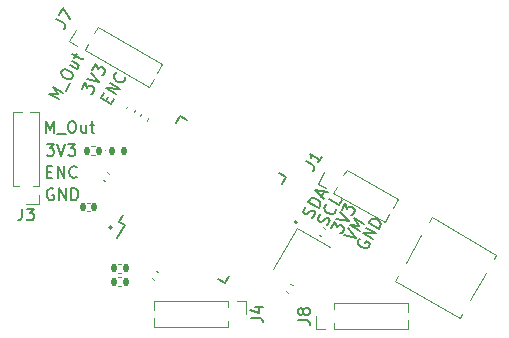
<source format=gto>
G04 #@! TF.GenerationSoftware,KiCad,Pcbnew,(6.0.2-0)*
G04 #@! TF.CreationDate,2023-03-22T16:23:11-04:00*
G04 #@! TF.ProjectId,motor_board,6d6f746f-725f-4626-9f61-72642e6b6963,rev?*
G04 #@! TF.SameCoordinates,Original*
G04 #@! TF.FileFunction,Legend,Top*
G04 #@! TF.FilePolarity,Positive*
%FSLAX46Y46*%
G04 Gerber Fmt 4.6, Leading zero omitted, Abs format (unit mm)*
G04 Created by KiCad (PCBNEW (6.0.2-0)) date 2023-03-22 16:23:11*
%MOMM*%
%LPD*%
G01*
G04 APERTURE LIST*
G04 Aperture macros list*
%AMRoundRect*
0 Rectangle with rounded corners*
0 $1 Rounding radius*
0 $2 $3 $4 $5 $6 $7 $8 $9 X,Y pos of 4 corners*
0 Add a 4 corners polygon primitive as box body*
4,1,4,$2,$3,$4,$5,$6,$7,$8,$9,$2,$3,0*
0 Add four circle primitives for the rounded corners*
1,1,$1+$1,$2,$3*
1,1,$1+$1,$4,$5*
1,1,$1+$1,$6,$7*
1,1,$1+$1,$8,$9*
0 Add four rect primitives between the rounded corners*
20,1,$1+$1,$2,$3,$4,$5,0*
20,1,$1+$1,$4,$5,$6,$7,0*
20,1,$1+$1,$6,$7,$8,$9,0*
20,1,$1+$1,$8,$9,$2,$3,0*%
%AMHorizOval*
0 Thick line with rounded ends*
0 $1 width*
0 $2 $3 position (X,Y) of the first rounded end (center of the circle)*
0 $4 $5 position (X,Y) of the second rounded end (center of the circle)*
0 Add line between two ends*
20,1,$1,$2,$3,$4,$5,0*
0 Add two circle primitives to create the rounded ends*
1,1,$1,$2,$3*
1,1,$1,$4,$5*%
%AMRotRect*
0 Rectangle, with rotation*
0 The origin of the aperture is its center*
0 $1 length*
0 $2 width*
0 $3 Rotation angle, in degrees counterclockwise*
0 Add horizontal line*
21,1,$1,$2,0,0,$3*%
G04 Aperture macros list end*
%ADD10C,0.150000*%
%ADD11C,0.120000*%
%ADD12C,0.100000*%
%ADD13RoundRect,0.135000X-0.135000X-0.185000X0.135000X-0.185000X0.135000X0.185000X-0.135000X0.185000X0*%
%ADD14RotRect,1.500000X0.550000X60.000000*%
%ADD15RotRect,1.500000X0.550000X150.000000*%
%ADD16RoundRect,0.135000X0.135000X0.185000X-0.135000X0.185000X-0.135000X-0.185000X0.135000X-0.185000X0*%
%ADD17RoundRect,0.140000X-0.077224X0.206244X-0.217224X-0.036244X0.077224X-0.206244X0.217224X0.036244X0*%
%ADD18C,3.800000*%
%ADD19RotRect,1.400000X1.200000X240.000000*%
%ADD20R,1.000000X1.000000*%
%ADD21O,1.000000X1.000000*%
%ADD22RoundRect,0.147500X-0.147500X-0.172500X0.147500X-0.172500X0.147500X0.172500X-0.147500X0.172500X0*%
%ADD23RoundRect,0.140000X0.140000X0.170000X-0.140000X0.170000X-0.140000X-0.170000X0.140000X-0.170000X0*%
%ADD24C,0.650000*%
%ADD25R,1.450000X0.600000*%
%ADD26R,1.450000X0.300000*%
%ADD27RoundRect,0.140000X0.206244X0.077224X-0.036244X0.217224X-0.206244X-0.077224X0.036244X-0.217224X0*%
%ADD28RotRect,1.000000X1.000000X60.000000*%
%ADD29HorizOval,1.000000X0.000000X0.000000X0.000000X0.000000X0*%
%ADD30RoundRect,0.140000X-0.206244X-0.077224X0.036244X-0.217224X0.206244X0.077224X-0.036244X0.217224X0*%
%ADD31RotRect,2.750000X1.000000X150.000000*%
G04 APERTURE END LIST*
D10*
X48112127Y-96800000D02*
G75*
G03*
X48112127Y-96800000I-142127J0D01*
G01*
X63748489Y-96350000D02*
G75*
G03*
X63748489Y-96350000I-98489J0D01*
G01*
X67743367Y-97439737D02*
X68776059Y-97651062D01*
X68076700Y-96862387D01*
X69109392Y-97073711D02*
X68243367Y-96573711D01*
X69028623Y-96642179D01*
X68576700Y-95996361D01*
X69442725Y-96496361D01*
X43623678Y-85947621D02*
X42757652Y-85447621D01*
X43542908Y-85516089D01*
X43090986Y-84870271D01*
X43957011Y-85370271D01*
X44158537Y-85211693D02*
X44539490Y-84551865D01*
X43805271Y-83633092D02*
X43900509Y-83468134D01*
X43989368Y-83409465D01*
X44119465Y-83374606D01*
X44308232Y-83428605D01*
X44596907Y-83595271D01*
X44738055Y-83731749D01*
X44772915Y-83861846D01*
X44766535Y-83968134D01*
X44671297Y-84133092D01*
X44582438Y-84191761D01*
X44452341Y-84226620D01*
X44263574Y-84172622D01*
X43974899Y-84005955D01*
X43833751Y-83869478D01*
X43798892Y-83739380D01*
X43805271Y-83633092D01*
X44736804Y-82686297D02*
X45314154Y-83019630D01*
X44522518Y-83057451D02*
X44976150Y-83319356D01*
X45082438Y-83325735D01*
X45171297Y-83267066D01*
X45242725Y-83143348D01*
X45249105Y-83037060D01*
X45231675Y-82972011D01*
X44903470Y-82397622D02*
X45093946Y-82067708D01*
X44686224Y-82107237D02*
X45428531Y-82535809D01*
X45534819Y-82542189D01*
X45623678Y-82483520D01*
X45671297Y-82401041D01*
X42503809Y-88782380D02*
X42503809Y-87782380D01*
X42837142Y-88496666D01*
X43170476Y-87782380D01*
X43170476Y-88782380D01*
X43408571Y-88877619D02*
X44170476Y-88877619D01*
X44599047Y-87782380D02*
X44789523Y-87782380D01*
X44884761Y-87830000D01*
X44980000Y-87925238D01*
X45027619Y-88115714D01*
X45027619Y-88449047D01*
X44980000Y-88639523D01*
X44884761Y-88734761D01*
X44789523Y-88782380D01*
X44599047Y-88782380D01*
X44503809Y-88734761D01*
X44408571Y-88639523D01*
X44360952Y-88449047D01*
X44360952Y-88115714D01*
X44408571Y-87925238D01*
X44503809Y-87830000D01*
X44599047Y-87782380D01*
X45884761Y-88115714D02*
X45884761Y-88782380D01*
X45456190Y-88115714D02*
X45456190Y-88639523D01*
X45503809Y-88734761D01*
X45599047Y-88782380D01*
X45741904Y-88782380D01*
X45837142Y-88734761D01*
X45884761Y-88687142D01*
X46218095Y-88115714D02*
X46599047Y-88115714D01*
X46360952Y-87782380D02*
X46360952Y-88639523D01*
X46408571Y-88734761D01*
X46503809Y-88782380D01*
X46599047Y-88782380D01*
X43118095Y-93520000D02*
X43022857Y-93472380D01*
X42880000Y-93472380D01*
X42737142Y-93520000D01*
X42641904Y-93615238D01*
X42594285Y-93710476D01*
X42546666Y-93900952D01*
X42546666Y-94043809D01*
X42594285Y-94234285D01*
X42641904Y-94329523D01*
X42737142Y-94424761D01*
X42880000Y-94472380D01*
X42975238Y-94472380D01*
X43118095Y-94424761D01*
X43165714Y-94377142D01*
X43165714Y-94043809D01*
X42975238Y-94043809D01*
X43594285Y-94472380D02*
X43594285Y-93472380D01*
X44165714Y-94472380D01*
X44165714Y-93472380D01*
X44641904Y-94472380D02*
X44641904Y-93472380D01*
X44880000Y-93472380D01*
X45022857Y-93520000D01*
X45118095Y-93615238D01*
X45165714Y-93710476D01*
X45213333Y-93900952D01*
X45213333Y-94043809D01*
X45165714Y-94234285D01*
X45118095Y-94329523D01*
X45022857Y-94424761D01*
X44880000Y-94472380D01*
X44641904Y-94472380D01*
X45516700Y-85028412D02*
X45826224Y-84492301D01*
X45989471Y-84971452D01*
X46060900Y-84847734D01*
X46149758Y-84789065D01*
X46214807Y-84771635D01*
X46321095Y-84778015D01*
X46527292Y-84897063D01*
X46585961Y-84985921D01*
X46603391Y-85050970D01*
X46597011Y-85157258D01*
X46454154Y-85404694D01*
X46365295Y-85463363D01*
X46300247Y-85480793D01*
X45969081Y-84244865D02*
X47001773Y-84456190D01*
X46302414Y-83667515D01*
X46421462Y-83461318D02*
X46730986Y-82925207D01*
X46894233Y-83404359D01*
X46965662Y-83280641D01*
X47054520Y-83221972D01*
X47119569Y-83204542D01*
X47225857Y-83210922D01*
X47432054Y-83329969D01*
X47490723Y-83418828D01*
X47508153Y-83483876D01*
X47501773Y-83590165D01*
X47358916Y-83837600D01*
X47270057Y-83896269D01*
X47205009Y-83913699D01*
X69106034Y-97719828D02*
X69017176Y-97778497D01*
X68945747Y-97902215D01*
X68915558Y-98049743D01*
X68950418Y-98179840D01*
X69009087Y-98268699D01*
X69150235Y-98405176D01*
X69273952Y-98476605D01*
X69462719Y-98530604D01*
X69569007Y-98536983D01*
X69699105Y-98502124D01*
X69811773Y-98402215D01*
X69859392Y-98319737D01*
X69889581Y-98172209D01*
X69872151Y-98107161D01*
X69583476Y-97940494D01*
X69488238Y-98105451D01*
X70168916Y-97783626D02*
X69302890Y-97283626D01*
X70454630Y-97288754D01*
X69588605Y-96788754D01*
X70692725Y-96876361D02*
X69826700Y-96376361D01*
X69945747Y-96170165D01*
X70058415Y-96070256D01*
X70188513Y-96035397D01*
X70294801Y-96041776D01*
X70483568Y-96095775D01*
X70607286Y-96167204D01*
X70748434Y-96303681D01*
X70807103Y-96392539D01*
X70841962Y-96522637D01*
X70811773Y-96670165D01*
X70692725Y-96876361D01*
X66265295Y-96613363D02*
X66377963Y-96513455D01*
X66497011Y-96307258D01*
X66503391Y-96200970D01*
X66485961Y-96135921D01*
X66427292Y-96047063D01*
X66344813Y-95999444D01*
X66238525Y-95993064D01*
X66173476Y-96010494D01*
X66084618Y-96069163D01*
X65948141Y-96210311D01*
X65859282Y-96268980D01*
X65794233Y-96286409D01*
X65687945Y-96280030D01*
X65605467Y-96232411D01*
X65546798Y-96143552D01*
X65529368Y-96078504D01*
X65535747Y-95972215D01*
X65654795Y-95766019D01*
X65767463Y-95666110D01*
X67009770Y-95228656D02*
X67027200Y-95293705D01*
X66997011Y-95441233D01*
X66949392Y-95523711D01*
X66836724Y-95623620D01*
X66706626Y-95658479D01*
X66600338Y-95652100D01*
X66411572Y-95598101D01*
X66287854Y-95526672D01*
X66146706Y-95390195D01*
X66088037Y-95301336D01*
X66053177Y-95171239D01*
X66083367Y-95023711D01*
X66130986Y-94941233D01*
X66243653Y-94841324D01*
X66308702Y-94823895D01*
X67544630Y-94492729D02*
X67306535Y-94905122D01*
X66440509Y-94405122D01*
X47549093Y-86036507D02*
X47715760Y-85747832D01*
X48240821Y-85886019D02*
X48002725Y-86298412D01*
X47136700Y-85798412D01*
X47374795Y-85386019D01*
X48455106Y-85514865D02*
X47589081Y-85014865D01*
X48740821Y-85019993D01*
X47874795Y-84519993D01*
X49182151Y-84065110D02*
X49199581Y-84130159D01*
X49169392Y-84277686D01*
X49121773Y-84360165D01*
X49009105Y-84460073D01*
X48879007Y-84494933D01*
X48772719Y-84488553D01*
X48583952Y-84434554D01*
X48460235Y-84363125D01*
X48319087Y-84226648D01*
X48260418Y-84137790D01*
X48225558Y-84007692D01*
X48255747Y-83860165D01*
X48303367Y-83777686D01*
X48416034Y-83677778D01*
X48481083Y-83660348D01*
X65033391Y-95973983D02*
X65146059Y-95874074D01*
X65265106Y-95667878D01*
X65271486Y-95561590D01*
X65254056Y-95496541D01*
X65195387Y-95407682D01*
X65112908Y-95360063D01*
X65006620Y-95353684D01*
X64941572Y-95371113D01*
X64852713Y-95429783D01*
X64716236Y-95570930D01*
X64627377Y-95629599D01*
X64562329Y-95647029D01*
X64456040Y-95640649D01*
X64373562Y-95593030D01*
X64314893Y-95504172D01*
X64297463Y-95439123D01*
X64303843Y-95332835D01*
X64422890Y-95126639D01*
X64535558Y-95026730D01*
X65574630Y-95131767D02*
X64708605Y-94631767D01*
X64827652Y-94425570D01*
X64940320Y-94325662D01*
X65070418Y-94290802D01*
X65176706Y-94297182D01*
X65365473Y-94351181D01*
X65489191Y-94422609D01*
X65630338Y-94559087D01*
X65689007Y-94647945D01*
X65723867Y-94778043D01*
X65693678Y-94925570D01*
X65574630Y-95131767D01*
X65803385Y-94164124D02*
X66041480Y-93751731D01*
X66003201Y-94389459D02*
X65303843Y-93600784D01*
X66336535Y-93812109D01*
X66636700Y-96838412D02*
X66946224Y-96302301D01*
X67109471Y-96781452D01*
X67180900Y-96657734D01*
X67269758Y-96599065D01*
X67334807Y-96581635D01*
X67441095Y-96588015D01*
X67647292Y-96707063D01*
X67705961Y-96795921D01*
X67723391Y-96860970D01*
X67717011Y-96967258D01*
X67574154Y-97214694D01*
X67485295Y-97273363D01*
X67420247Y-97290793D01*
X67089081Y-96054865D02*
X68121773Y-96266190D01*
X67422414Y-95477515D01*
X67541462Y-95271318D02*
X67850986Y-94735207D01*
X68014233Y-95214359D01*
X68085662Y-95090641D01*
X68174520Y-95031972D01*
X68239569Y-95014542D01*
X68345857Y-95020922D01*
X68552054Y-95139969D01*
X68610723Y-95228828D01*
X68628153Y-95293876D01*
X68621773Y-95400165D01*
X68478916Y-95647600D01*
X68390057Y-95706269D01*
X68325009Y-95723699D01*
X42571904Y-92058571D02*
X42905238Y-92058571D01*
X43048095Y-92582380D02*
X42571904Y-92582380D01*
X42571904Y-91582380D01*
X43048095Y-91582380D01*
X43476666Y-92582380D02*
X43476666Y-91582380D01*
X44048095Y-92582380D01*
X44048095Y-91582380D01*
X45095714Y-92487142D02*
X45048095Y-92534761D01*
X44905238Y-92582380D01*
X44810000Y-92582380D01*
X44667142Y-92534761D01*
X44571904Y-92439523D01*
X44524285Y-92344285D01*
X44476666Y-92153809D01*
X44476666Y-92010952D01*
X44524285Y-91820476D01*
X44571904Y-91725238D01*
X44667142Y-91630000D01*
X44810000Y-91582380D01*
X44905238Y-91582380D01*
X45048095Y-91630000D01*
X45095714Y-91677619D01*
X42551904Y-89712380D02*
X43170952Y-89712380D01*
X42837619Y-90093333D01*
X42980476Y-90093333D01*
X43075714Y-90140952D01*
X43123333Y-90188571D01*
X43170952Y-90283809D01*
X43170952Y-90521904D01*
X43123333Y-90617142D01*
X43075714Y-90664761D01*
X42980476Y-90712380D01*
X42694761Y-90712380D01*
X42599523Y-90664761D01*
X42551904Y-90617142D01*
X43456666Y-89712380D02*
X43790000Y-90712380D01*
X44123333Y-89712380D01*
X44361428Y-89712380D02*
X44980476Y-89712380D01*
X44647142Y-90093333D01*
X44790000Y-90093333D01*
X44885238Y-90140952D01*
X44932857Y-90188571D01*
X44980476Y-90283809D01*
X44980476Y-90521904D01*
X44932857Y-90617142D01*
X44885238Y-90664761D01*
X44790000Y-90712380D01*
X44504285Y-90712380D01*
X44409047Y-90664761D01*
X44361428Y-90617142D01*
X63842380Y-104623333D02*
X64556666Y-104623333D01*
X64699523Y-104670952D01*
X64794761Y-104766190D01*
X64842380Y-104909047D01*
X64842380Y-105004285D01*
X64270952Y-104004285D02*
X64223333Y-104099523D01*
X64175714Y-104147142D01*
X64080476Y-104194761D01*
X64032857Y-104194761D01*
X63937619Y-104147142D01*
X63890000Y-104099523D01*
X63842380Y-104004285D01*
X63842380Y-103813809D01*
X63890000Y-103718571D01*
X63937619Y-103670952D01*
X64032857Y-103623333D01*
X64080476Y-103623333D01*
X64175714Y-103670952D01*
X64223333Y-103718571D01*
X64270952Y-103813809D01*
X64270952Y-104004285D01*
X64318571Y-104099523D01*
X64366190Y-104147142D01*
X64461428Y-104194761D01*
X64651904Y-104194761D01*
X64747142Y-104147142D01*
X64794761Y-104099523D01*
X64842380Y-104004285D01*
X64842380Y-103813809D01*
X64794761Y-103718571D01*
X64747142Y-103670952D01*
X64651904Y-103623333D01*
X64461428Y-103623333D01*
X64366190Y-103670952D01*
X64318571Y-103718571D01*
X64270952Y-103813809D01*
X40466666Y-95182380D02*
X40466666Y-95896666D01*
X40419047Y-96039523D01*
X40323809Y-96134761D01*
X40180952Y-96182380D01*
X40085714Y-96182380D01*
X40847619Y-95182380D02*
X41466666Y-95182380D01*
X41133333Y-95563333D01*
X41276190Y-95563333D01*
X41371428Y-95610952D01*
X41419047Y-95658571D01*
X41466666Y-95753809D01*
X41466666Y-95991904D01*
X41419047Y-96087142D01*
X41371428Y-96134761D01*
X41276190Y-96182380D01*
X40990476Y-96182380D01*
X40895238Y-96134761D01*
X40847619Y-96087142D01*
X43379081Y-79144865D02*
X43997670Y-79502008D01*
X44097579Y-79614676D01*
X44132438Y-79744774D01*
X44102249Y-79892301D01*
X44054630Y-79974780D01*
X43569557Y-78814951D02*
X43902890Y-78237600D01*
X44554630Y-79108754D01*
X64469081Y-91154865D02*
X65087670Y-91512008D01*
X65187579Y-91624676D01*
X65222438Y-91754774D01*
X65192249Y-91902301D01*
X65144630Y-91984780D01*
X65835106Y-90788840D02*
X65549392Y-91283711D01*
X65692249Y-91036276D02*
X64826224Y-90536276D01*
X64902323Y-90690183D01*
X64937182Y-90820280D01*
X64930802Y-90926569D01*
X59852380Y-104443333D02*
X60566666Y-104443333D01*
X60709523Y-104490952D01*
X60804761Y-104586190D01*
X60852380Y-104729047D01*
X60852380Y-104824285D01*
X60185714Y-103538571D02*
X60852380Y-103538571D01*
X59804761Y-103776666D02*
X60519047Y-104014761D01*
X60519047Y-103395714D01*
D11*
X48576359Y-101740000D02*
X48883641Y-101740000D01*
X48576359Y-100980000D02*
X48883641Y-100980000D01*
D10*
X48680819Y-96324181D02*
X49018319Y-95739614D01*
X62819181Y-92535819D02*
X62481681Y-93120386D01*
X57644181Y-101499181D02*
X57981681Y-100914614D01*
X62819181Y-92535819D02*
X62234614Y-92198319D01*
X49178783Y-96611681D02*
X48541283Y-97715864D01*
X57644181Y-101499181D02*
X57059614Y-101161681D01*
X53855819Y-87360819D02*
X54440386Y-87698319D01*
X48680819Y-96324181D02*
X49178783Y-96611681D01*
X53855819Y-87360819D02*
X53518319Y-87945386D01*
D11*
X46623641Y-90650000D02*
X46316359Y-90650000D01*
X46623641Y-89890000D02*
X46316359Y-89890000D01*
X50542149Y-87186611D02*
X50434313Y-87373389D01*
X51165687Y-87546611D02*
X51057851Y-87733389D01*
X63721058Y-96802949D02*
X61721058Y-100267051D01*
X66578942Y-98452949D02*
X63721058Y-96802949D01*
X66845000Y-105400000D02*
X66845000Y-104853471D01*
X73130000Y-105400000D02*
X73130000Y-104597530D01*
X66845000Y-105400000D02*
X73130000Y-105400000D01*
X73130000Y-103982470D02*
X73130000Y-103180000D01*
X66845000Y-103726529D02*
X66845000Y-103180000D01*
X65325000Y-105400000D02*
X65325000Y-104290000D01*
X66845000Y-103180000D02*
X73130000Y-103180000D01*
X66085000Y-105400000D02*
X65325000Y-105400000D01*
D12*
X47550000Y-90270000D02*
G75*
G03*
X47550000Y-90270000I-50000J0D01*
G01*
D11*
X46217836Y-94690000D02*
X46002164Y-94690000D01*
X46217836Y-95410000D02*
X46002164Y-95410000D01*
X63013389Y-102295687D02*
X62826611Y-102187851D01*
X63373389Y-101672149D02*
X63186611Y-101564313D01*
X48576359Y-99860000D02*
X48883641Y-99860000D01*
X48576359Y-100620000D02*
X48883641Y-100620000D01*
X50025687Y-86856611D02*
X49917851Y-87043389D01*
X49402149Y-86496611D02*
X49294313Y-86683389D01*
X47493389Y-92855687D02*
X47306611Y-92747851D01*
X47853389Y-92232149D02*
X47666611Y-92124313D01*
X40236529Y-93275000D02*
X39690000Y-93275000D01*
X41910000Y-94795000D02*
X40800000Y-94795000D01*
X39690000Y-93275000D02*
X39690000Y-86990000D01*
X41910000Y-93275000D02*
X41910000Y-86990000D01*
X41910000Y-86990000D02*
X41107530Y-86990000D01*
X41910000Y-94035000D02*
X41910000Y-94795000D01*
X40492470Y-86990000D02*
X39690000Y-86990000D01*
X41910000Y-93275000D02*
X41363471Y-93275000D01*
X51633389Y-101195687D02*
X51446611Y-101087851D01*
X51993389Y-100572149D02*
X51806611Y-100464313D01*
X45763548Y-81763788D02*
X51206518Y-84906288D01*
X45763548Y-81763788D02*
X46036813Y-81290480D01*
X51206518Y-84906288D02*
X51607753Y-84211329D01*
X46600284Y-80314520D02*
X46873548Y-79841212D01*
X46873548Y-79841212D02*
X52316518Y-82983712D01*
X45105369Y-81383788D02*
X44447190Y-81003788D01*
X51915283Y-83678671D02*
X52316518Y-82983712D01*
X44447190Y-81003788D02*
X45002190Y-80042500D01*
X67669915Y-92382020D02*
X67943179Y-91908712D01*
X65516821Y-93071288D02*
X66071821Y-92110000D01*
X71176297Y-96338788D02*
X71577532Y-95643829D01*
X71885062Y-95111171D02*
X72286297Y-94416212D01*
X66833179Y-93831288D02*
X67106444Y-93357980D01*
X66175000Y-93451288D02*
X65516821Y-93071288D01*
X66833179Y-93831288D02*
X71176297Y-96338788D01*
X67943179Y-91908712D02*
X72286297Y-94416212D01*
X65966611Y-96764313D02*
X66153389Y-96872149D01*
X65606611Y-97387851D02*
X65793389Y-97495687D01*
X57945000Y-103000000D02*
X51660000Y-103000000D01*
X51660000Y-104417530D02*
X51660000Y-105220000D01*
X57945000Y-104673471D02*
X57945000Y-105220000D01*
X58705000Y-103000000D02*
X59465000Y-103000000D01*
X57945000Y-105220000D02*
X51660000Y-105220000D01*
X57945000Y-103000000D02*
X57945000Y-103546529D01*
X51660000Y-103000000D02*
X51660000Y-103802470D01*
X59465000Y-103000000D02*
X59465000Y-104110000D01*
X77517980Y-104459679D02*
X72062020Y-101309679D01*
X79742980Y-100605866D02*
X78392980Y-102944134D01*
X75162020Y-95940321D02*
X74962020Y-96286731D01*
X80392980Y-99480033D02*
X80617980Y-99090321D01*
X77742980Y-104069967D02*
X77517980Y-104459679D01*
X80617980Y-99090321D02*
X75162020Y-95940321D01*
X72937020Y-99794134D02*
X74287020Y-97455866D01*
X72062020Y-101309679D02*
X72287020Y-100919967D01*
%LPC*%
D13*
X48220000Y-101360000D03*
X49240000Y-101360000D03*
D14*
X49435898Y-97366345D03*
X50128719Y-97766345D03*
X50821539Y-98166345D03*
X51514359Y-98566345D03*
X52207180Y-98966345D03*
X52900000Y-99366345D03*
X53592820Y-99766345D03*
X54285641Y-100166345D03*
X54978461Y-100566345D03*
X55671281Y-100966345D03*
X56364102Y-101366345D03*
D15*
X58686345Y-100744102D03*
X59086345Y-100051281D03*
X59486345Y-99358461D03*
X59886345Y-98665641D03*
X60286345Y-97972820D03*
X60686345Y-97280000D03*
X61086345Y-96587180D03*
X61486345Y-95894359D03*
X61886345Y-95201539D03*
X62286345Y-94508719D03*
X62686345Y-93815898D03*
D14*
X62064102Y-91493655D03*
X61371281Y-91093655D03*
X60678461Y-90693655D03*
X59985641Y-90293655D03*
X59292820Y-89893655D03*
X58600000Y-89493655D03*
X57907180Y-89093655D03*
X57214359Y-88693655D03*
X56521539Y-88293655D03*
X55828719Y-87893655D03*
X55135898Y-87493655D03*
D15*
X52813655Y-88115898D03*
X52413655Y-88808719D03*
X52013655Y-89501539D03*
X51613655Y-90194359D03*
X51213655Y-90887180D03*
X50813655Y-91580000D03*
X50413655Y-92272820D03*
X50013655Y-92965641D03*
X49613655Y-93658461D03*
X49213655Y-94351281D03*
X48813655Y-95044102D03*
D16*
X46980000Y-90270000D03*
X45960000Y-90270000D03*
D17*
X51040000Y-87044308D03*
X50560000Y-87875692D03*
D18*
X84010000Y-103390000D03*
D19*
X63963878Y-97982372D03*
X62863878Y-99887628D03*
X64336122Y-100737628D03*
X65436122Y-98832372D03*
D20*
X66085000Y-104290000D03*
D21*
X67355000Y-104290000D03*
X68625000Y-104290000D03*
X69895000Y-104290000D03*
X71165000Y-104290000D03*
X72435000Y-104290000D03*
D22*
X48105000Y-90270000D03*
X49075000Y-90270000D03*
D23*
X46590000Y-95050000D03*
X45630000Y-95050000D03*
D24*
X45115000Y-97850000D03*
X45115000Y-103630000D03*
D25*
X46560000Y-97515000D03*
X46560000Y-98290000D03*
D26*
X46560000Y-98990000D03*
X46560000Y-99490000D03*
X46560000Y-99990000D03*
X46560000Y-100490000D03*
X46560000Y-100990000D03*
X46560000Y-101490000D03*
X46560000Y-101990000D03*
X46560000Y-102490000D03*
D25*
X46560000Y-103190000D03*
X46560000Y-103965000D03*
D27*
X63515692Y-102170000D03*
X62684308Y-101690000D03*
D13*
X48220000Y-100240000D03*
X49240000Y-100240000D03*
D17*
X49900000Y-86354308D03*
X49420000Y-87185692D03*
D27*
X47995692Y-92730000D03*
X47164308Y-92250000D03*
D20*
X40800000Y-94035000D03*
D21*
X40800000Y-92765000D03*
X40800000Y-91495000D03*
X40800000Y-90225000D03*
X40800000Y-88955000D03*
X40800000Y-87685000D03*
D27*
X52135692Y-101070000D03*
X51304308Y-100590000D03*
D28*
X45660369Y-80422500D03*
D29*
X46760221Y-81057500D03*
X47860074Y-81692500D03*
X48959926Y-82327500D03*
X50059778Y-82962500D03*
X51159630Y-83597500D03*
D28*
X66730000Y-92490000D03*
D29*
X67829852Y-93125000D03*
X68929705Y-93760000D03*
X70029557Y-94395000D03*
X71129409Y-95030000D03*
D30*
X65464308Y-96890000D03*
X66295692Y-97370000D03*
D20*
X58705000Y-104110000D03*
D21*
X57435000Y-104110000D03*
X56165000Y-104110000D03*
X54895000Y-104110000D03*
X53625000Y-104110000D03*
X52355000Y-104110000D03*
D18*
X41200000Y-78870000D03*
D31*
X72845847Y-100492051D03*
X77834153Y-103372051D03*
X74845847Y-97027949D03*
X79834153Y-99907949D03*
M02*

</source>
